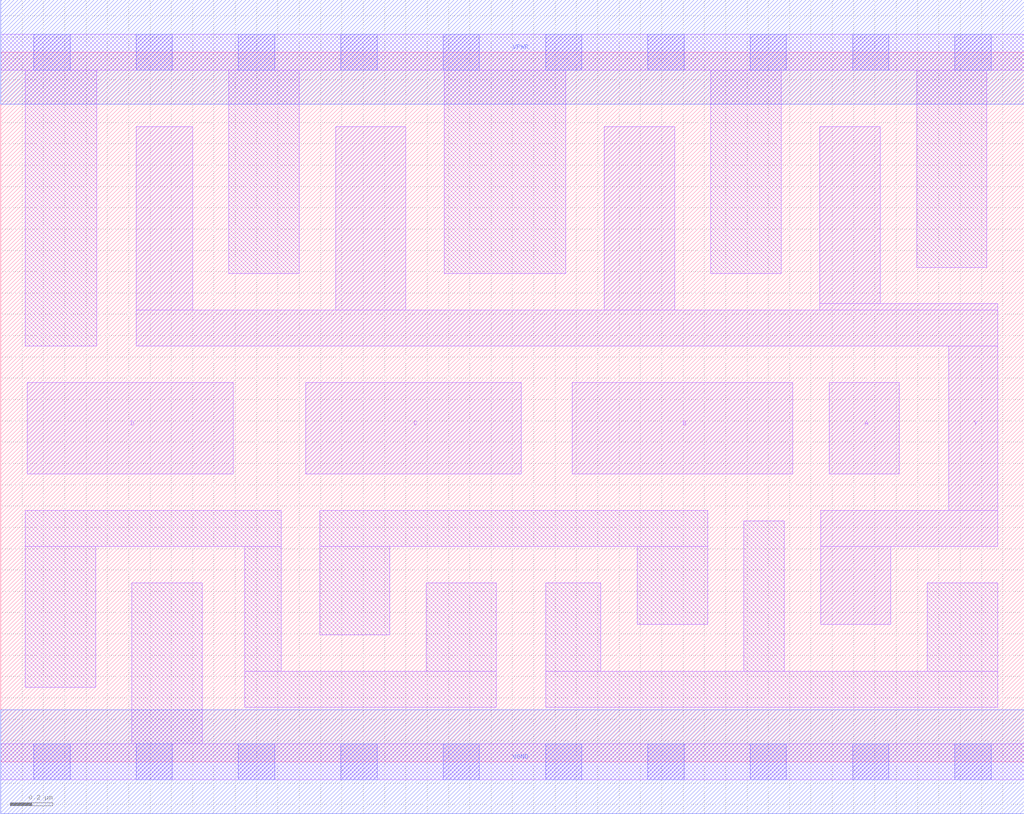
<source format=lef>
# Copyright 2020 The SkyWater PDK Authors
#
# Licensed under the Apache License, Version 2.0 (the "License");
# you may not use this file except in compliance with the License.
# You may obtain a copy of the License at
#
#     https://www.apache.org/licenses/LICENSE-2.0
#
# Unless required by applicable law or agreed to in writing, software
# distributed under the License is distributed on an "AS IS" BASIS,
# WITHOUT WARRANTIES OR CONDITIONS OF ANY KIND, either express or implied.
# See the License for the specific language governing permissions and
# limitations under the License.
#
# SPDX-License-Identifier: Apache-2.0

VERSION 5.5 ;
NAMESCASESENSITIVE ON ;
BUSBITCHARS "[]" ;
DIVIDERCHAR "/" ;
MACRO sky130_fd_sc_ls__nand4_2
  CLASS CORE ;
  SOURCE USER ;
  ORIGIN  0.000000  0.000000 ;
  SIZE  4.800000 BY  3.330000 ;
  SYMMETRY X Y ;
  SITE unit ;
  PIN A
    ANTENNAGATEAREA  0.558000 ;
    DIRECTION INPUT ;
    USE SIGNAL ;
    PORT
      LAYER li1 ;
        RECT 3.885000 1.350000 4.215000 1.780000 ;
    END
  END A
  PIN B
    ANTENNAGATEAREA  0.558000 ;
    DIRECTION INPUT ;
    USE SIGNAL ;
    PORT
      LAYER li1 ;
        RECT 2.680000 1.350000 3.715000 1.780000 ;
    END
  END B
  PIN C
    ANTENNAGATEAREA  0.558000 ;
    DIRECTION INPUT ;
    USE SIGNAL ;
    PORT
      LAYER li1 ;
        RECT 1.430000 1.350000 2.440000 1.780000 ;
    END
  END C
  PIN D
    ANTENNAGATEAREA  0.558000 ;
    DIRECTION INPUT ;
    USE SIGNAL ;
    PORT
      LAYER li1 ;
        RECT 0.125000 1.350000 1.090000 1.780000 ;
    END
  END D
  PIN Y
    ANTENNADIFFAREA  1.633200 ;
    DIRECTION OUTPUT ;
    USE SIGNAL ;
    PORT
      LAYER li1 ;
        RECT 0.635000 1.950000 4.675000 2.120000 ;
        RECT 0.635000 2.120000 0.900000 2.980000 ;
        RECT 1.570000 2.120000 1.900000 2.980000 ;
        RECT 2.830000 2.120000 3.160000 2.980000 ;
        RECT 3.840000 2.120000 4.675000 2.150000 ;
        RECT 3.840000 2.150000 4.125000 2.980000 ;
        RECT 3.845000 0.645000 4.175000 1.010000 ;
        RECT 3.845000 1.010000 4.675000 1.180000 ;
        RECT 4.445000 1.180000 4.675000 1.950000 ;
    END
  END Y
  PIN VGND
    DIRECTION INOUT ;
    SHAPE ABUTMENT ;
    USE GROUND ;
    PORT
      LAYER met1 ;
        RECT 0.000000 -0.245000 4.800000 0.245000 ;
    END
  END VGND
  PIN VPWR
    DIRECTION INOUT ;
    SHAPE ABUTMENT ;
    USE POWER ;
    PORT
      LAYER met1 ;
        RECT 0.000000 3.085000 4.800000 3.575000 ;
    END
  END VPWR
  OBS
    LAYER li1 ;
      RECT 0.000000 -0.085000 4.800000 0.085000 ;
      RECT 0.000000  3.245000 4.800000 3.415000 ;
      RECT 0.115000  0.350000 0.445000 1.010000 ;
      RECT 0.115000  1.010000 1.315000 1.180000 ;
      RECT 0.115000  1.950000 0.450000 3.245000 ;
      RECT 0.615000  0.085000 0.945000 0.840000 ;
      RECT 1.070000  2.290000 1.400000 3.245000 ;
      RECT 1.145000  0.255000 2.325000 0.425000 ;
      RECT 1.145000  0.425000 1.315000 1.010000 ;
      RECT 1.495000  0.595000 1.825000 1.010000 ;
      RECT 1.495000  1.010000 3.315000 1.180000 ;
      RECT 1.995000  0.425000 2.325000 0.840000 ;
      RECT 2.080000  2.290000 2.650000 3.245000 ;
      RECT 2.555000  0.255000 4.675000 0.425000 ;
      RECT 2.555000  0.425000 2.815000 0.840000 ;
      RECT 2.985000  0.645000 3.315000 1.010000 ;
      RECT 3.330000  2.290000 3.660000 3.245000 ;
      RECT 3.485000  0.425000 3.675000 1.130000 ;
      RECT 4.295000  2.320000 4.625000 3.245000 ;
      RECT 4.345000  0.425000 4.675000 0.840000 ;
    LAYER mcon ;
      RECT 0.155000 -0.085000 0.325000 0.085000 ;
      RECT 0.155000  3.245000 0.325000 3.415000 ;
      RECT 0.635000 -0.085000 0.805000 0.085000 ;
      RECT 0.635000  3.245000 0.805000 3.415000 ;
      RECT 1.115000 -0.085000 1.285000 0.085000 ;
      RECT 1.115000  3.245000 1.285000 3.415000 ;
      RECT 1.595000 -0.085000 1.765000 0.085000 ;
      RECT 1.595000  3.245000 1.765000 3.415000 ;
      RECT 2.075000 -0.085000 2.245000 0.085000 ;
      RECT 2.075000  3.245000 2.245000 3.415000 ;
      RECT 2.555000 -0.085000 2.725000 0.085000 ;
      RECT 2.555000  3.245000 2.725000 3.415000 ;
      RECT 3.035000 -0.085000 3.205000 0.085000 ;
      RECT 3.035000  3.245000 3.205000 3.415000 ;
      RECT 3.515000 -0.085000 3.685000 0.085000 ;
      RECT 3.515000  3.245000 3.685000 3.415000 ;
      RECT 3.995000 -0.085000 4.165000 0.085000 ;
      RECT 3.995000  3.245000 4.165000 3.415000 ;
      RECT 4.475000 -0.085000 4.645000 0.085000 ;
      RECT 4.475000  3.245000 4.645000 3.415000 ;
  END
END sky130_fd_sc_ls__nand4_2
END LIBRARY

</source>
